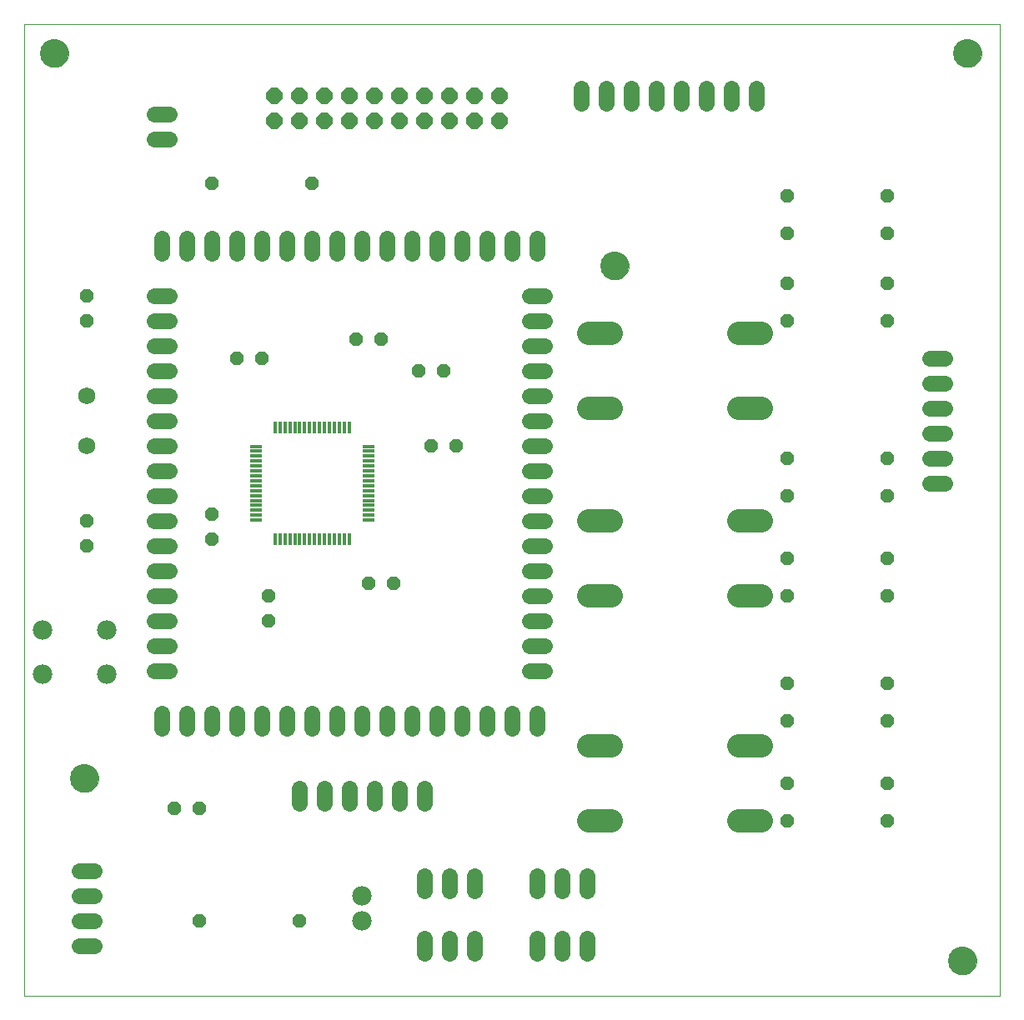
<source format=gts>
G75*
G70*
%OFA0B0*%
%FSLAX24Y24*%
%IPPOS*%
%LPD*%
%AMOC8*
5,1,8,0,0,1.08239X$1,22.5*
%
%ADD10C,0.0000*%
%ADD11C,0.1142*%
%ADD12C,0.0640*%
%ADD13OC8,0.0560*%
%ADD14R,0.0512X0.0158*%
%ADD15R,0.0158X0.0512*%
%ADD16OC8,0.0640*%
%ADD17C,0.0690*%
%ADD18C,0.0780*%
%ADD19C,0.0925*%
D10*
X000180Y000180D02*
X000180Y039050D01*
X039172Y039050D01*
X039172Y000180D01*
X000180Y000180D01*
X002029Y008880D02*
X002031Y008927D01*
X002037Y008973D01*
X002047Y009019D01*
X002060Y009064D01*
X002078Y009107D01*
X002099Y009149D01*
X002123Y009189D01*
X002151Y009226D01*
X002182Y009261D01*
X002216Y009294D01*
X002252Y009323D01*
X002291Y009349D01*
X002332Y009372D01*
X002375Y009391D01*
X002419Y009407D01*
X002464Y009419D01*
X002510Y009427D01*
X002557Y009431D01*
X002603Y009431D01*
X002650Y009427D01*
X002696Y009419D01*
X002741Y009407D01*
X002785Y009391D01*
X002828Y009372D01*
X002869Y009349D01*
X002908Y009323D01*
X002944Y009294D01*
X002978Y009261D01*
X003009Y009226D01*
X003037Y009189D01*
X003061Y009149D01*
X003082Y009107D01*
X003100Y009064D01*
X003113Y009019D01*
X003123Y008973D01*
X003129Y008927D01*
X003131Y008880D01*
X003129Y008833D01*
X003123Y008787D01*
X003113Y008741D01*
X003100Y008696D01*
X003082Y008653D01*
X003061Y008611D01*
X003037Y008571D01*
X003009Y008534D01*
X002978Y008499D01*
X002944Y008466D01*
X002908Y008437D01*
X002869Y008411D01*
X002828Y008388D01*
X002785Y008369D01*
X002741Y008353D01*
X002696Y008341D01*
X002650Y008333D01*
X002603Y008329D01*
X002557Y008329D01*
X002510Y008333D01*
X002464Y008341D01*
X002419Y008353D01*
X002375Y008369D01*
X002332Y008388D01*
X002291Y008411D01*
X002252Y008437D01*
X002216Y008466D01*
X002182Y008499D01*
X002151Y008534D01*
X002123Y008571D01*
X002099Y008611D01*
X002078Y008653D01*
X002060Y008696D01*
X002047Y008741D01*
X002037Y008787D01*
X002031Y008833D01*
X002029Y008880D01*
X023229Y029380D02*
X023231Y029427D01*
X023237Y029473D01*
X023247Y029519D01*
X023260Y029564D01*
X023278Y029607D01*
X023299Y029649D01*
X023323Y029689D01*
X023351Y029726D01*
X023382Y029761D01*
X023416Y029794D01*
X023452Y029823D01*
X023491Y029849D01*
X023532Y029872D01*
X023575Y029891D01*
X023619Y029907D01*
X023664Y029919D01*
X023710Y029927D01*
X023757Y029931D01*
X023803Y029931D01*
X023850Y029927D01*
X023896Y029919D01*
X023941Y029907D01*
X023985Y029891D01*
X024028Y029872D01*
X024069Y029849D01*
X024108Y029823D01*
X024144Y029794D01*
X024178Y029761D01*
X024209Y029726D01*
X024237Y029689D01*
X024261Y029649D01*
X024282Y029607D01*
X024300Y029564D01*
X024313Y029519D01*
X024323Y029473D01*
X024329Y029427D01*
X024331Y029380D01*
X024329Y029333D01*
X024323Y029287D01*
X024313Y029241D01*
X024300Y029196D01*
X024282Y029153D01*
X024261Y029111D01*
X024237Y029071D01*
X024209Y029034D01*
X024178Y028999D01*
X024144Y028966D01*
X024108Y028937D01*
X024069Y028911D01*
X024028Y028888D01*
X023985Y028869D01*
X023941Y028853D01*
X023896Y028841D01*
X023850Y028833D01*
X023803Y028829D01*
X023757Y028829D01*
X023710Y028833D01*
X023664Y028841D01*
X023619Y028853D01*
X023575Y028869D01*
X023532Y028888D01*
X023491Y028911D01*
X023452Y028937D01*
X023416Y028966D01*
X023382Y028999D01*
X023351Y029034D01*
X023323Y029071D01*
X023299Y029111D01*
X023278Y029153D01*
X023260Y029196D01*
X023247Y029241D01*
X023237Y029287D01*
X023231Y029333D01*
X023229Y029380D01*
X037329Y037880D02*
X037331Y037927D01*
X037337Y037973D01*
X037347Y038019D01*
X037360Y038064D01*
X037378Y038107D01*
X037399Y038149D01*
X037423Y038189D01*
X037451Y038226D01*
X037482Y038261D01*
X037516Y038294D01*
X037552Y038323D01*
X037591Y038349D01*
X037632Y038372D01*
X037675Y038391D01*
X037719Y038407D01*
X037764Y038419D01*
X037810Y038427D01*
X037857Y038431D01*
X037903Y038431D01*
X037950Y038427D01*
X037996Y038419D01*
X038041Y038407D01*
X038085Y038391D01*
X038128Y038372D01*
X038169Y038349D01*
X038208Y038323D01*
X038244Y038294D01*
X038278Y038261D01*
X038309Y038226D01*
X038337Y038189D01*
X038361Y038149D01*
X038382Y038107D01*
X038400Y038064D01*
X038413Y038019D01*
X038423Y037973D01*
X038429Y037927D01*
X038431Y037880D01*
X038429Y037833D01*
X038423Y037787D01*
X038413Y037741D01*
X038400Y037696D01*
X038382Y037653D01*
X038361Y037611D01*
X038337Y037571D01*
X038309Y037534D01*
X038278Y037499D01*
X038244Y037466D01*
X038208Y037437D01*
X038169Y037411D01*
X038128Y037388D01*
X038085Y037369D01*
X038041Y037353D01*
X037996Y037341D01*
X037950Y037333D01*
X037903Y037329D01*
X037857Y037329D01*
X037810Y037333D01*
X037764Y037341D01*
X037719Y037353D01*
X037675Y037369D01*
X037632Y037388D01*
X037591Y037411D01*
X037552Y037437D01*
X037516Y037466D01*
X037482Y037499D01*
X037451Y037534D01*
X037423Y037571D01*
X037399Y037611D01*
X037378Y037653D01*
X037360Y037696D01*
X037347Y037741D01*
X037337Y037787D01*
X037331Y037833D01*
X037329Y037880D01*
X000829Y037880D02*
X000831Y037927D01*
X000837Y037973D01*
X000847Y038019D01*
X000860Y038064D01*
X000878Y038107D01*
X000899Y038149D01*
X000923Y038189D01*
X000951Y038226D01*
X000982Y038261D01*
X001016Y038294D01*
X001052Y038323D01*
X001091Y038349D01*
X001132Y038372D01*
X001175Y038391D01*
X001219Y038407D01*
X001264Y038419D01*
X001310Y038427D01*
X001357Y038431D01*
X001403Y038431D01*
X001450Y038427D01*
X001496Y038419D01*
X001541Y038407D01*
X001585Y038391D01*
X001628Y038372D01*
X001669Y038349D01*
X001708Y038323D01*
X001744Y038294D01*
X001778Y038261D01*
X001809Y038226D01*
X001837Y038189D01*
X001861Y038149D01*
X001882Y038107D01*
X001900Y038064D01*
X001913Y038019D01*
X001923Y037973D01*
X001929Y037927D01*
X001931Y037880D01*
X001929Y037833D01*
X001923Y037787D01*
X001913Y037741D01*
X001900Y037696D01*
X001882Y037653D01*
X001861Y037611D01*
X001837Y037571D01*
X001809Y037534D01*
X001778Y037499D01*
X001744Y037466D01*
X001708Y037437D01*
X001669Y037411D01*
X001628Y037388D01*
X001585Y037369D01*
X001541Y037353D01*
X001496Y037341D01*
X001450Y037333D01*
X001403Y037329D01*
X001357Y037329D01*
X001310Y037333D01*
X001264Y037341D01*
X001219Y037353D01*
X001175Y037369D01*
X001132Y037388D01*
X001091Y037411D01*
X001052Y037437D01*
X001016Y037466D01*
X000982Y037499D01*
X000951Y037534D01*
X000923Y037571D01*
X000899Y037611D01*
X000878Y037653D01*
X000860Y037696D01*
X000847Y037741D01*
X000837Y037787D01*
X000831Y037833D01*
X000829Y037880D01*
X037129Y001580D02*
X037131Y001627D01*
X037137Y001673D01*
X037147Y001719D01*
X037160Y001764D01*
X037178Y001807D01*
X037199Y001849D01*
X037223Y001889D01*
X037251Y001926D01*
X037282Y001961D01*
X037316Y001994D01*
X037352Y002023D01*
X037391Y002049D01*
X037432Y002072D01*
X037475Y002091D01*
X037519Y002107D01*
X037564Y002119D01*
X037610Y002127D01*
X037657Y002131D01*
X037703Y002131D01*
X037750Y002127D01*
X037796Y002119D01*
X037841Y002107D01*
X037885Y002091D01*
X037928Y002072D01*
X037969Y002049D01*
X038008Y002023D01*
X038044Y001994D01*
X038078Y001961D01*
X038109Y001926D01*
X038137Y001889D01*
X038161Y001849D01*
X038182Y001807D01*
X038200Y001764D01*
X038213Y001719D01*
X038223Y001673D01*
X038229Y001627D01*
X038231Y001580D01*
X038229Y001533D01*
X038223Y001487D01*
X038213Y001441D01*
X038200Y001396D01*
X038182Y001353D01*
X038161Y001311D01*
X038137Y001271D01*
X038109Y001234D01*
X038078Y001199D01*
X038044Y001166D01*
X038008Y001137D01*
X037969Y001111D01*
X037928Y001088D01*
X037885Y001069D01*
X037841Y001053D01*
X037796Y001041D01*
X037750Y001033D01*
X037703Y001029D01*
X037657Y001029D01*
X037610Y001033D01*
X037564Y001041D01*
X037519Y001053D01*
X037475Y001069D01*
X037432Y001088D01*
X037391Y001111D01*
X037352Y001137D01*
X037316Y001166D01*
X037282Y001199D01*
X037251Y001234D01*
X037223Y001271D01*
X037199Y001311D01*
X037178Y001353D01*
X037160Y001396D01*
X037147Y001441D01*
X037137Y001487D01*
X037131Y001533D01*
X037129Y001580D01*
D11*
X037680Y001580D03*
X023780Y029380D03*
X037880Y037880D03*
X002580Y008880D03*
X001380Y037880D03*
D12*
X005380Y035430D02*
X005980Y035430D01*
X005980Y034430D02*
X005380Y034430D01*
X005680Y030480D02*
X005680Y029880D01*
X006680Y029880D02*
X006680Y030480D01*
X007680Y030480D02*
X007680Y029880D01*
X008680Y029880D02*
X008680Y030480D01*
X009680Y030480D02*
X009680Y029880D01*
X010680Y029880D02*
X010680Y030480D01*
X011680Y030480D02*
X011680Y029880D01*
X012680Y029880D02*
X012680Y030480D01*
X013680Y030480D02*
X013680Y029880D01*
X014680Y029880D02*
X014680Y030480D01*
X015680Y030480D02*
X015680Y029880D01*
X016680Y029880D02*
X016680Y030480D01*
X017680Y030480D02*
X017680Y029880D01*
X018680Y029880D02*
X018680Y030480D01*
X019680Y030480D02*
X019680Y029880D01*
X020680Y029880D02*
X020680Y030480D01*
X020980Y028180D02*
X020380Y028180D01*
X020380Y027180D02*
X020980Y027180D01*
X020980Y026180D02*
X020380Y026180D01*
X020380Y025180D02*
X020980Y025180D01*
X020980Y024180D02*
X020380Y024180D01*
X020380Y023180D02*
X020980Y023180D01*
X020980Y022180D02*
X020380Y022180D01*
X020380Y021180D02*
X020980Y021180D01*
X020980Y020180D02*
X020380Y020180D01*
X020380Y019180D02*
X020980Y019180D01*
X020980Y018180D02*
X020380Y018180D01*
X020380Y017180D02*
X020980Y017180D01*
X020980Y016180D02*
X020380Y016180D01*
X020380Y015180D02*
X020980Y015180D01*
X020980Y014180D02*
X020380Y014180D01*
X020380Y013180D02*
X020980Y013180D01*
X020680Y011480D02*
X020680Y010880D01*
X019680Y010880D02*
X019680Y011480D01*
X018680Y011480D02*
X018680Y010880D01*
X017680Y010880D02*
X017680Y011480D01*
X016680Y011480D02*
X016680Y010880D01*
X015680Y010880D02*
X015680Y011480D01*
X014680Y011480D02*
X014680Y010880D01*
X013680Y010880D02*
X013680Y011480D01*
X012680Y011480D02*
X012680Y010880D01*
X011680Y010880D02*
X011680Y011480D01*
X010680Y011480D02*
X010680Y010880D01*
X009680Y010880D02*
X009680Y011480D01*
X008680Y011480D02*
X008680Y010880D01*
X007680Y010880D02*
X007680Y011480D01*
X006680Y011480D02*
X006680Y010880D01*
X005680Y010880D02*
X005680Y011480D01*
X005380Y013180D02*
X005980Y013180D01*
X005980Y014180D02*
X005380Y014180D01*
X005380Y015180D02*
X005980Y015180D01*
X005980Y016180D02*
X005380Y016180D01*
X005380Y017180D02*
X005980Y017180D01*
X005980Y018180D02*
X005380Y018180D01*
X005380Y019180D02*
X005980Y019180D01*
X005980Y020180D02*
X005380Y020180D01*
X005380Y021180D02*
X005980Y021180D01*
X005980Y022180D02*
X005380Y022180D01*
X005380Y023180D02*
X005980Y023180D01*
X005980Y024180D02*
X005380Y024180D01*
X005380Y025180D02*
X005980Y025180D01*
X005980Y026180D02*
X005380Y026180D01*
X005380Y027180D02*
X005980Y027180D01*
X005980Y028180D02*
X005380Y028180D01*
X022430Y035880D02*
X022430Y036480D01*
X023430Y036480D02*
X023430Y035880D01*
X024430Y035880D02*
X024430Y036480D01*
X025430Y036480D02*
X025430Y035880D01*
X026430Y035880D02*
X026430Y036480D01*
X027430Y036480D02*
X027430Y035880D01*
X028430Y035880D02*
X028430Y036480D01*
X029430Y036480D02*
X029430Y035880D01*
X036380Y025680D02*
X036980Y025680D01*
X036980Y024680D02*
X036380Y024680D01*
X036380Y023680D02*
X036980Y023680D01*
X036980Y022680D02*
X036380Y022680D01*
X036380Y021680D02*
X036980Y021680D01*
X036980Y020680D02*
X036380Y020680D01*
X022680Y004980D02*
X022680Y004380D01*
X021680Y004380D02*
X021680Y004980D01*
X020680Y004980D02*
X020680Y004380D01*
X020680Y002480D02*
X020680Y001880D01*
X021680Y001880D02*
X021680Y002480D01*
X022680Y002480D02*
X022680Y001880D01*
X018180Y001880D02*
X018180Y002480D01*
X017180Y002480D02*
X017180Y001880D01*
X016180Y001880D02*
X016180Y002480D01*
X016180Y004380D02*
X016180Y004980D01*
X017180Y004980D02*
X017180Y004380D01*
X018180Y004380D02*
X018180Y004980D01*
X016180Y007880D02*
X016180Y008480D01*
X015180Y008480D02*
X015180Y007880D01*
X014180Y007880D02*
X014180Y008480D01*
X013180Y008480D02*
X013180Y007880D01*
X012180Y007880D02*
X012180Y008480D01*
X011180Y008480D02*
X011180Y007880D01*
X002980Y005180D02*
X002380Y005180D01*
X002380Y004180D02*
X002980Y004180D01*
X002980Y003180D02*
X002380Y003180D01*
X002380Y002180D02*
X002980Y002180D01*
D13*
X007180Y003180D03*
X011180Y003180D03*
X007180Y007680D03*
X006180Y007680D03*
X009930Y015180D03*
X009930Y016180D03*
X007680Y018430D03*
X007680Y019430D03*
X002680Y019180D03*
X002680Y018180D03*
X008680Y025680D03*
X009680Y025680D03*
X013430Y026430D03*
X014430Y026430D03*
X015930Y025180D03*
X016930Y025180D03*
X016430Y022180D03*
X017430Y022180D03*
X014930Y016680D03*
X013930Y016680D03*
X002680Y027180D03*
X002680Y028180D03*
X007680Y032680D03*
X011680Y032680D03*
X030680Y032180D03*
X030680Y030680D03*
X030680Y028680D03*
X030680Y027180D03*
X034680Y027180D03*
X034680Y028680D03*
X034680Y030680D03*
X034680Y032180D03*
X034680Y021680D03*
X034680Y020180D03*
X034680Y017680D03*
X034680Y016180D03*
X034680Y012680D03*
X034680Y011180D03*
X034680Y008680D03*
X034680Y007180D03*
X030680Y007180D03*
X030680Y008680D03*
X030680Y011180D03*
X030680Y012680D03*
X030680Y016180D03*
X030680Y017680D03*
X030680Y020180D03*
X030680Y021680D03*
D14*
X013924Y021763D03*
X013924Y021960D03*
X013924Y022156D03*
X013924Y021566D03*
X013924Y021369D03*
X013924Y021172D03*
X013924Y020975D03*
X013924Y020778D03*
X013924Y020582D03*
X013924Y020385D03*
X013924Y020188D03*
X013924Y019991D03*
X013924Y019794D03*
X013924Y019597D03*
X013924Y019400D03*
X013924Y019204D03*
X009436Y019204D03*
X009436Y019400D03*
X009436Y019597D03*
X009436Y019794D03*
X009436Y019991D03*
X009436Y020188D03*
X009436Y020385D03*
X009436Y020582D03*
X009436Y020778D03*
X009436Y020975D03*
X009436Y021172D03*
X009436Y021369D03*
X009436Y021566D03*
X009436Y021763D03*
X009436Y021960D03*
X009436Y022156D03*
D15*
X010204Y022924D03*
X010400Y022924D03*
X010597Y022924D03*
X010794Y022924D03*
X010991Y022924D03*
X011188Y022924D03*
X011385Y022924D03*
X011582Y022924D03*
X011778Y022924D03*
X011975Y022924D03*
X012172Y022924D03*
X012369Y022924D03*
X012566Y022924D03*
X012763Y022924D03*
X012960Y022924D03*
X013156Y022924D03*
X013156Y018436D03*
X012960Y018436D03*
X012763Y018436D03*
X012566Y018436D03*
X012369Y018436D03*
X012172Y018436D03*
X011975Y018436D03*
X011778Y018436D03*
X011582Y018436D03*
X011385Y018436D03*
X011188Y018436D03*
X010991Y018436D03*
X010794Y018436D03*
X010597Y018436D03*
X010400Y018436D03*
X010204Y018436D03*
D16*
X010180Y035180D03*
X010180Y036180D03*
X011180Y036180D03*
X011180Y035180D03*
X012180Y035180D03*
X012180Y036180D03*
X013180Y036180D03*
X013180Y035180D03*
X014180Y035180D03*
X014180Y036180D03*
X015180Y036180D03*
X015180Y035180D03*
X016180Y035180D03*
X016180Y036180D03*
X017180Y036180D03*
X017180Y035180D03*
X018180Y035180D03*
X018180Y036180D03*
X019180Y036180D03*
X019180Y035180D03*
D17*
X002680Y024180D03*
X002680Y022180D03*
D18*
X003460Y014820D03*
X003460Y013040D03*
X000900Y013040D03*
X000900Y014820D03*
X013680Y004180D03*
X013680Y003180D03*
D19*
X022738Y007180D02*
X023623Y007180D01*
X023623Y010180D02*
X022738Y010180D01*
X028738Y010180D02*
X029623Y010180D01*
X029623Y007180D02*
X028738Y007180D01*
X028738Y016180D02*
X029623Y016180D01*
X029623Y019180D02*
X028738Y019180D01*
X028738Y023680D02*
X029623Y023680D01*
X029623Y026680D02*
X028738Y026680D01*
X023623Y026680D02*
X022738Y026680D01*
X022738Y023680D02*
X023623Y023680D01*
X023623Y019180D02*
X022738Y019180D01*
X022738Y016180D02*
X023623Y016180D01*
M02*

</source>
